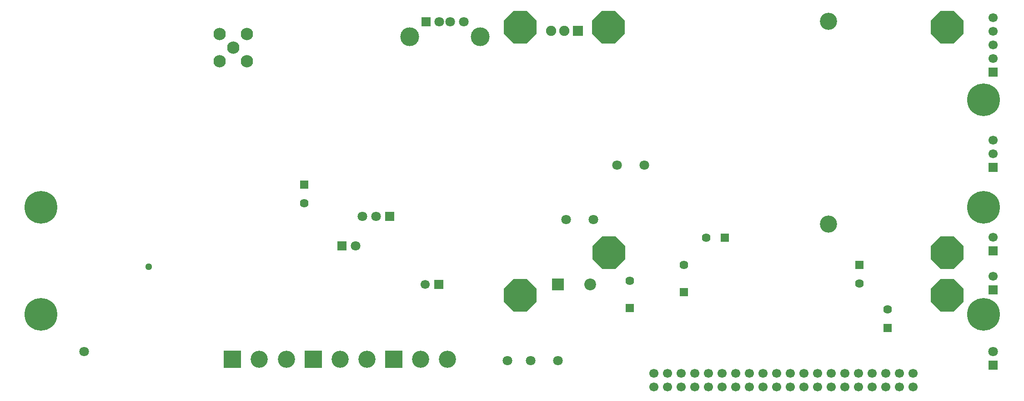
<source format=gbs>
G04*
G04 #@! TF.GenerationSoftware,Altium Limited,Altium Designer,18.1.9 (240)*
G04*
G04 Layer_Color=16711935*
%FSLAX24Y24*%
%MOIN*%
G70*
G01*
G75*
%ADD94C,0.0710*%
%ADD95C,0.1261*%
%ADD96C,0.1379*%
%ADD97R,0.0710X0.0710*%
%ADD98R,0.0710X0.0710*%
%ADD99R,0.1261X0.1261*%
%ADD100C,0.0669*%
%ADD101C,0.0639*%
%ADD102R,0.0639X0.0639*%
%ADD103R,0.0639X0.0639*%
%ADD104R,0.0748X0.0748*%
%ADD105C,0.0748*%
%ADD106R,0.0669X0.0669*%
%ADD107C,0.0906*%
%ADD108C,0.0866*%
%ADD109R,0.0866X0.0866*%
%ADD110C,0.0512*%
%ADD111C,0.0709*%
%ADD112R,0.0669X0.0669*%
%ADD113P,0.2599X8X292.5*%
%ADD114C,0.2402*%
D94*
X35630Y3287D02*
D03*
X39311D02*
D03*
X37311D02*
D03*
X41919Y13652D02*
D03*
X39919D02*
D03*
X45652Y17667D02*
D03*
X43652D02*
D03*
X30630Y28179D02*
D03*
X31417D02*
D03*
X32402D02*
D03*
X71229Y3972D02*
D03*
X24994Y13878D02*
D03*
X25994D02*
D03*
X24498Y11732D02*
D03*
D95*
X59144Y28219D02*
D03*
Y13327D02*
D03*
X17431Y3406D02*
D03*
X19400D02*
D03*
X23337D02*
D03*
X25305D02*
D03*
X29242D02*
D03*
X31211D02*
D03*
D96*
X28435Y27106D02*
D03*
X33622D02*
D03*
D97*
X29646Y28179D02*
D03*
X26994Y13878D02*
D03*
X23498Y11732D02*
D03*
D98*
X71229Y2972D02*
D03*
D99*
X15463Y3406D02*
D03*
X21368D02*
D03*
X27274D02*
D03*
D100*
X61357Y2362D02*
D03*
Y1362D02*
D03*
X62357Y2362D02*
D03*
Y1362D02*
D03*
X63357Y2362D02*
D03*
Y1362D02*
D03*
X64357D02*
D03*
Y2362D02*
D03*
X65357Y1362D02*
D03*
Y2362D02*
D03*
X56357D02*
D03*
Y1362D02*
D03*
X57357Y2362D02*
D03*
Y1362D02*
D03*
X58357Y2362D02*
D03*
Y1362D02*
D03*
X59357D02*
D03*
Y2362D02*
D03*
X60357Y1362D02*
D03*
Y2362D02*
D03*
X51357D02*
D03*
Y1362D02*
D03*
X52357Y2362D02*
D03*
Y1362D02*
D03*
X53357Y2362D02*
D03*
Y1362D02*
D03*
X54357D02*
D03*
Y2362D02*
D03*
X55357Y1362D02*
D03*
Y2362D02*
D03*
X46357D02*
D03*
Y1362D02*
D03*
X47357Y2362D02*
D03*
Y1362D02*
D03*
X48357Y2362D02*
D03*
Y1362D02*
D03*
X49357D02*
D03*
Y2362D02*
D03*
X50357Y1362D02*
D03*
Y2362D02*
D03*
X71229Y9494D02*
D03*
Y12362D02*
D03*
X71201Y28484D02*
D03*
Y25484D02*
D03*
Y27484D02*
D03*
Y26484D02*
D03*
X71229Y18490D02*
D03*
Y19490D02*
D03*
X29593Y8878D02*
D03*
D101*
X20728Y14862D02*
D03*
X61417Y8961D02*
D03*
X63474Y7067D02*
D03*
X50167Y12333D02*
D03*
X48553Y10317D02*
D03*
X44587Y9169D02*
D03*
D102*
X20728Y16240D02*
D03*
X61417Y10339D02*
D03*
X63474Y5689D02*
D03*
X48553Y8317D02*
D03*
X44587Y7169D02*
D03*
D103*
X51545Y12333D02*
D03*
D104*
X40778Y27530D02*
D03*
D105*
X38809D02*
D03*
X39793D02*
D03*
D106*
X71229Y8494D02*
D03*
Y11362D02*
D03*
X71201Y24484D02*
D03*
X71229Y17490D02*
D03*
D107*
X14524Y25283D02*
D03*
Y27283D02*
D03*
X16524Y25283D02*
D03*
Y27283D02*
D03*
X15524Y26283D02*
D03*
D108*
X41673Y8907D02*
D03*
D109*
X39311D02*
D03*
D110*
X9300Y10177D02*
D03*
D111*
X4576Y3957D02*
D03*
D112*
X30593Y8878D02*
D03*
D113*
X67843Y11240D02*
D03*
X43040Y11230D02*
D03*
X43020Y27785D02*
D03*
X67853Y27785D02*
D03*
Y8100D02*
D03*
X36554Y27785D02*
D03*
Y8100D02*
D03*
D114*
X1404Y14571D02*
D03*
X70499D02*
D03*
X70499Y22445D02*
D03*
Y6697D02*
D03*
X1404D02*
D03*
M02*

</source>
